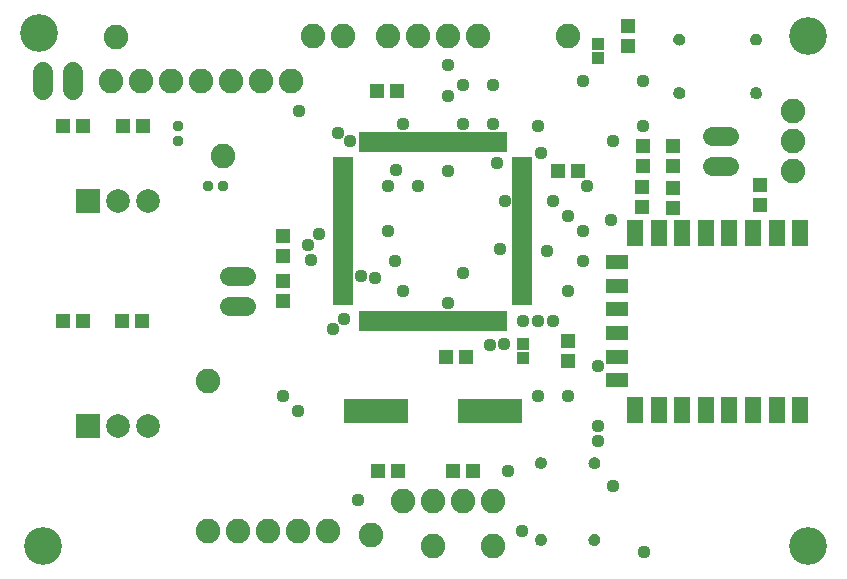
<source format=gbr>
G04 EAGLE Gerber RS-274X export*
G75*
%MOMM*%
%FSLAX34Y34*%
%LPD*%
%INSoldermask Top*%
%IPPOS*%
%AMOC8*
5,1,8,0,0,1.08239X$1,22.5*%
G01*
%ADD10C,3.203200*%
%ADD11R,1.103200X1.053200*%
%ADD12R,1.303200X1.203200*%
%ADD13R,0.503200X1.803200*%
%ADD14R,1.803200X0.503200*%
%ADD15C,1.625600*%
%ADD16C,1.727200*%
%ADD17C,2.082800*%
%ADD18R,1.203200X1.303200*%
%ADD19R,1.403200X2.203200*%
%ADD20R,1.903200X1.303200*%
%ADD21R,2.003200X2.003200*%
%ADD22C,2.003200*%
%ADD23R,5.537200X2.133600*%
%ADD24C,0.959600*%
%ADD25C,1.117600*%

G36*
X632285Y217964D02*
X632285Y217964D01*
X633252Y218067D01*
X633300Y218081D01*
X633391Y218098D01*
X634321Y218417D01*
X634365Y218442D01*
X634450Y218478D01*
X635286Y218997D01*
X635323Y219030D01*
X635398Y219085D01*
X636097Y219776D01*
X636126Y219818D01*
X636187Y219887D01*
X636715Y220717D01*
X636734Y220764D01*
X636777Y220845D01*
X637108Y221772D01*
X637116Y221822D01*
X637140Y221910D01*
X637253Y222863D01*
X637273Y222967D01*
X637273Y222971D01*
X637275Y222974D01*
X637281Y223162D01*
X637170Y224120D01*
X637156Y224168D01*
X637138Y224258D01*
X636817Y225167D01*
X636792Y225211D01*
X636755Y225295D01*
X636367Y225908D01*
X636240Y226110D01*
X636206Y226147D01*
X636151Y226220D01*
X635467Y226900D01*
X635426Y226929D01*
X635356Y226988D01*
X634538Y227499D01*
X634491Y227517D01*
X634410Y227560D01*
X633499Y227875D01*
X633449Y227883D01*
X633360Y227907D01*
X632402Y228012D01*
X632372Y228009D01*
X632333Y228015D01*
X632232Y228015D01*
X632205Y228010D01*
X632168Y228012D01*
X631195Y227913D01*
X631146Y227900D01*
X631056Y227883D01*
X630129Y227571D01*
X630085Y227546D01*
X630000Y227511D01*
X629166Y227000D01*
X629128Y226966D01*
X629054Y226912D01*
X628354Y226228D01*
X628325Y226187D01*
X628265Y226118D01*
X627735Y225296D01*
X627718Y225256D01*
X627706Y225242D01*
X627698Y225218D01*
X627671Y225169D01*
X627338Y224249D01*
X627329Y224200D01*
X627304Y224111D01*
X627184Y223140D01*
X627184Y223130D01*
X627184Y223128D01*
X627183Y223126D01*
X627181Y223118D01*
X627154Y222815D01*
X627159Y222765D01*
X627159Y222666D01*
X627301Y221709D01*
X627317Y221661D01*
X627322Y221639D01*
X627322Y221634D01*
X627324Y221628D01*
X627337Y221571D01*
X627689Y220669D01*
X627715Y220626D01*
X627755Y220544D01*
X628298Y219743D01*
X628334Y219707D01*
X628391Y219635D01*
X629099Y218975D01*
X629141Y218948D01*
X629213Y218891D01*
X630050Y218405D01*
X630098Y218388D01*
X630181Y218348D01*
X631105Y218061D01*
X631155Y218055D01*
X631245Y218034D01*
X632177Y217963D01*
X632206Y217959D01*
X632258Y217959D01*
X632285Y217964D01*
G37*
G36*
X587022Y152889D02*
X587022Y152889D01*
X587989Y152992D01*
X588037Y153006D01*
X588128Y153023D01*
X589058Y153342D01*
X589102Y153367D01*
X589187Y153403D01*
X590023Y153922D01*
X590060Y153955D01*
X590135Y154010D01*
X590834Y154701D01*
X590863Y154743D01*
X590924Y154812D01*
X591452Y155642D01*
X591471Y155689D01*
X591514Y155770D01*
X591845Y156697D01*
X591853Y156747D01*
X591877Y156835D01*
X591990Y157788D01*
X592010Y157892D01*
X592010Y157896D01*
X592012Y157899D01*
X592018Y158087D01*
X591907Y159045D01*
X591893Y159093D01*
X591875Y159183D01*
X591554Y160092D01*
X591529Y160136D01*
X591492Y160220D01*
X591104Y160833D01*
X590977Y161035D01*
X590943Y161072D01*
X590888Y161145D01*
X590204Y161825D01*
X590163Y161854D01*
X590093Y161913D01*
X589275Y162424D01*
X589228Y162442D01*
X589147Y162485D01*
X588236Y162800D01*
X588186Y162808D01*
X588097Y162832D01*
X587139Y162937D01*
X587109Y162934D01*
X587070Y162940D01*
X586969Y162940D01*
X586942Y162935D01*
X586905Y162937D01*
X585932Y162838D01*
X585883Y162825D01*
X585793Y162808D01*
X584866Y162496D01*
X584822Y162471D01*
X584737Y162436D01*
X583903Y161925D01*
X583865Y161891D01*
X583791Y161837D01*
X583091Y161153D01*
X583062Y161112D01*
X583002Y161043D01*
X582472Y160221D01*
X582455Y160181D01*
X582443Y160167D01*
X582435Y160143D01*
X582408Y160094D01*
X582075Y159174D01*
X582066Y159125D01*
X582041Y159036D01*
X581921Y158065D01*
X581921Y158055D01*
X581921Y158053D01*
X581920Y158051D01*
X581918Y158043D01*
X581891Y157740D01*
X581896Y157690D01*
X581896Y157591D01*
X582038Y156634D01*
X582054Y156586D01*
X582059Y156564D01*
X582059Y156559D01*
X582061Y156553D01*
X582074Y156496D01*
X582426Y155594D01*
X582452Y155551D01*
X582492Y155469D01*
X583035Y154668D01*
X583071Y154632D01*
X583128Y154560D01*
X583836Y153900D01*
X583878Y153873D01*
X583950Y153816D01*
X584787Y153330D01*
X584835Y153313D01*
X584918Y153273D01*
X585842Y152986D01*
X585892Y152980D01*
X585982Y152959D01*
X586914Y152888D01*
X586943Y152884D01*
X586995Y152884D01*
X587022Y152889D01*
G37*
G36*
X632260Y152889D02*
X632260Y152889D01*
X633227Y152992D01*
X633275Y153006D01*
X633366Y153023D01*
X634296Y153342D01*
X634340Y153367D01*
X634425Y153403D01*
X635261Y153922D01*
X635298Y153955D01*
X635373Y154010D01*
X636072Y154701D01*
X636101Y154743D01*
X636162Y154812D01*
X636690Y155642D01*
X636709Y155689D01*
X636752Y155770D01*
X637083Y156697D01*
X637091Y156747D01*
X637115Y156835D01*
X637228Y157788D01*
X637248Y157892D01*
X637248Y157896D01*
X637250Y157899D01*
X637256Y158087D01*
X637145Y159045D01*
X637131Y159093D01*
X637113Y159183D01*
X636792Y160092D01*
X636767Y160136D01*
X636730Y160220D01*
X636342Y160833D01*
X636215Y161035D01*
X636181Y161072D01*
X636126Y161145D01*
X635442Y161825D01*
X635401Y161854D01*
X635331Y161913D01*
X634513Y162424D01*
X634466Y162442D01*
X634385Y162485D01*
X633474Y162800D01*
X633424Y162808D01*
X633335Y162832D01*
X632377Y162937D01*
X632347Y162934D01*
X632308Y162940D01*
X632207Y162940D01*
X632180Y162935D01*
X632143Y162937D01*
X631170Y162838D01*
X631121Y162825D01*
X631031Y162808D01*
X630104Y162496D01*
X630060Y162471D01*
X629975Y162436D01*
X629141Y161925D01*
X629103Y161891D01*
X629029Y161837D01*
X628329Y161153D01*
X628300Y161112D01*
X628240Y161043D01*
X627710Y160221D01*
X627693Y160181D01*
X627681Y160167D01*
X627673Y160143D01*
X627646Y160094D01*
X627313Y159174D01*
X627304Y159125D01*
X627279Y159036D01*
X627159Y158065D01*
X627159Y158055D01*
X627159Y158053D01*
X627158Y158051D01*
X627156Y158043D01*
X627129Y157740D01*
X627134Y157690D01*
X627134Y157591D01*
X627276Y156634D01*
X627292Y156586D01*
X627297Y156564D01*
X627297Y156559D01*
X627299Y156553D01*
X627312Y156496D01*
X627664Y155594D01*
X627690Y155551D01*
X627730Y155469D01*
X628273Y154668D01*
X628309Y154632D01*
X628366Y154560D01*
X629074Y153900D01*
X629116Y153873D01*
X629188Y153816D01*
X630025Y153330D01*
X630073Y153313D01*
X630156Y153273D01*
X631080Y152986D01*
X631130Y152980D01*
X631220Y152959D01*
X632152Y152888D01*
X632181Y152884D01*
X632233Y152884D01*
X632260Y152889D01*
G37*
G36*
X586997Y217913D02*
X586997Y217913D01*
X587964Y218016D01*
X588012Y218030D01*
X588103Y218047D01*
X589033Y218366D01*
X589077Y218391D01*
X589162Y218427D01*
X589998Y218946D01*
X590035Y218979D01*
X590110Y219034D01*
X590809Y219725D01*
X590838Y219767D01*
X590899Y219836D01*
X591427Y220666D01*
X591446Y220713D01*
X591489Y220794D01*
X591820Y221721D01*
X591828Y221771D01*
X591852Y221859D01*
X591965Y222812D01*
X591985Y222916D01*
X591985Y222920D01*
X591987Y222923D01*
X591993Y223111D01*
X591882Y224069D01*
X591868Y224117D01*
X591850Y224207D01*
X591529Y225116D01*
X591504Y225160D01*
X591467Y225244D01*
X591079Y225857D01*
X590952Y226059D01*
X590918Y226096D01*
X590863Y226169D01*
X590179Y226849D01*
X590138Y226878D01*
X590068Y226937D01*
X589250Y227448D01*
X589203Y227466D01*
X589122Y227509D01*
X588211Y227824D01*
X588161Y227832D01*
X588072Y227856D01*
X587114Y227961D01*
X587084Y227958D01*
X587045Y227964D01*
X586944Y227964D01*
X586917Y227959D01*
X586880Y227961D01*
X585907Y227862D01*
X585858Y227849D01*
X585768Y227832D01*
X584841Y227520D01*
X584797Y227495D01*
X584712Y227460D01*
X583878Y226949D01*
X583840Y226915D01*
X583766Y226861D01*
X583066Y226177D01*
X583037Y226136D01*
X582977Y226067D01*
X582447Y225245D01*
X582430Y225205D01*
X582418Y225191D01*
X582410Y225167D01*
X582383Y225118D01*
X582050Y224198D01*
X582041Y224149D01*
X582016Y224060D01*
X581896Y223089D01*
X581896Y223079D01*
X581895Y223076D01*
X581895Y223075D01*
X581893Y223067D01*
X581866Y222764D01*
X581871Y222714D01*
X581871Y222615D01*
X582013Y221658D01*
X582029Y221610D01*
X582034Y221588D01*
X582034Y221583D01*
X582036Y221577D01*
X582049Y221520D01*
X582401Y220618D01*
X582427Y220575D01*
X582467Y220493D01*
X583010Y219692D01*
X583046Y219656D01*
X583103Y219584D01*
X583811Y218924D01*
X583853Y218897D01*
X583925Y218840D01*
X584762Y218354D01*
X584810Y218337D01*
X584893Y218297D01*
X585817Y218010D01*
X585867Y218004D01*
X585957Y217983D01*
X586889Y217912D01*
X586918Y217908D01*
X586970Y217908D01*
X586997Y217913D01*
G37*
G36*
X770220Y531230D02*
X770220Y531230D01*
X770268Y531244D01*
X770358Y531262D01*
X771267Y531583D01*
X771311Y531608D01*
X771395Y531645D01*
X772210Y532160D01*
X772247Y532194D01*
X772320Y532249D01*
X773000Y532933D01*
X773029Y532974D01*
X773088Y533044D01*
X773599Y533862D01*
X773617Y533909D01*
X773660Y533990D01*
X773975Y534901D01*
X773983Y534951D01*
X774007Y535040D01*
X774112Y535998D01*
X774109Y536028D01*
X774115Y536067D01*
X774115Y536168D01*
X774110Y536196D01*
X774112Y536232D01*
X774013Y537205D01*
X774000Y537254D01*
X773983Y537344D01*
X773671Y538271D01*
X773646Y538315D01*
X773611Y538400D01*
X773100Y539234D01*
X773066Y539272D01*
X773012Y539346D01*
X772328Y540046D01*
X772287Y540075D01*
X772218Y540135D01*
X771396Y540665D01*
X771349Y540685D01*
X771269Y540729D01*
X770349Y541062D01*
X770300Y541071D01*
X770211Y541096D01*
X769240Y541216D01*
X769230Y541216D01*
X769218Y541219D01*
X768915Y541246D01*
X768865Y541241D01*
X768766Y541241D01*
X767809Y541099D01*
X767761Y541083D01*
X767671Y541063D01*
X766769Y540711D01*
X766726Y540685D01*
X766644Y540645D01*
X765843Y540102D01*
X765807Y540066D01*
X765735Y540009D01*
X765075Y539301D01*
X765048Y539259D01*
X764991Y539187D01*
X764505Y538350D01*
X764488Y538302D01*
X764448Y538219D01*
X764161Y537295D01*
X764155Y537245D01*
X764134Y537155D01*
X764068Y536290D01*
X764066Y536282D01*
X764066Y536264D01*
X764063Y536223D01*
X764059Y536194D01*
X764059Y536142D01*
X764064Y536115D01*
X764167Y535148D01*
X764181Y535100D01*
X764198Y535009D01*
X764517Y534079D01*
X764542Y534035D01*
X764578Y533950D01*
X765097Y533114D01*
X765130Y533077D01*
X765185Y533003D01*
X765876Y532303D01*
X765918Y532274D01*
X765987Y532213D01*
X766817Y531685D01*
X766864Y531666D01*
X766945Y531623D01*
X767872Y531292D01*
X767922Y531284D01*
X768010Y531260D01*
X768963Y531147D01*
X769067Y531127D01*
X769071Y531127D01*
X769074Y531125D01*
X769262Y531119D01*
X770220Y531230D01*
G37*
G36*
X705145Y531255D02*
X705145Y531255D01*
X705193Y531269D01*
X705283Y531287D01*
X706192Y531608D01*
X706236Y531633D01*
X706320Y531670D01*
X707135Y532185D01*
X707172Y532219D01*
X707245Y532274D01*
X707925Y532958D01*
X707954Y532999D01*
X708013Y533069D01*
X708524Y533887D01*
X708542Y533934D01*
X708585Y534015D01*
X708900Y534926D01*
X708908Y534976D01*
X708932Y535065D01*
X709037Y536023D01*
X709034Y536053D01*
X709040Y536092D01*
X709040Y536193D01*
X709035Y536221D01*
X709037Y536257D01*
X708938Y537230D01*
X708925Y537279D01*
X708908Y537369D01*
X708596Y538296D01*
X708571Y538340D01*
X708536Y538425D01*
X708025Y539259D01*
X707991Y539297D01*
X707937Y539371D01*
X707253Y540071D01*
X707212Y540100D01*
X707143Y540160D01*
X706321Y540690D01*
X706274Y540710D01*
X706194Y540754D01*
X705274Y541087D01*
X705225Y541096D01*
X705136Y541121D01*
X704165Y541241D01*
X704155Y541241D01*
X704143Y541244D01*
X703840Y541271D01*
X703790Y541266D01*
X703691Y541266D01*
X702734Y541124D01*
X702686Y541108D01*
X702596Y541088D01*
X701694Y540736D01*
X701651Y540710D01*
X701569Y540670D01*
X700768Y540127D01*
X700732Y540091D01*
X700660Y540034D01*
X700000Y539326D01*
X699973Y539284D01*
X699916Y539212D01*
X699430Y538375D01*
X699413Y538327D01*
X699373Y538244D01*
X699086Y537320D01*
X699080Y537270D01*
X699059Y537180D01*
X698993Y536315D01*
X698991Y536307D01*
X698991Y536289D01*
X698988Y536248D01*
X698984Y536219D01*
X698984Y536167D01*
X698989Y536140D01*
X699092Y535173D01*
X699106Y535125D01*
X699123Y535034D01*
X699442Y534104D01*
X699467Y534060D01*
X699503Y533975D01*
X700022Y533139D01*
X700055Y533102D01*
X700110Y533028D01*
X700801Y532328D01*
X700843Y532299D01*
X700912Y532238D01*
X701742Y531710D01*
X701789Y531691D01*
X701870Y531648D01*
X702797Y531317D01*
X702847Y531309D01*
X702935Y531285D01*
X703888Y531172D01*
X703992Y531152D01*
X703996Y531152D01*
X703999Y531150D01*
X704187Y531144D01*
X705145Y531255D01*
G37*
G36*
X705145Y576493D02*
X705145Y576493D01*
X705193Y576507D01*
X705283Y576525D01*
X706192Y576846D01*
X706236Y576871D01*
X706320Y576908D01*
X707135Y577423D01*
X707172Y577457D01*
X707245Y577512D01*
X707925Y578196D01*
X707954Y578237D01*
X708013Y578307D01*
X708524Y579125D01*
X708542Y579172D01*
X708585Y579253D01*
X708900Y580164D01*
X708908Y580214D01*
X708932Y580303D01*
X709037Y581261D01*
X709034Y581291D01*
X709040Y581330D01*
X709040Y581431D01*
X709035Y581459D01*
X709037Y581495D01*
X708938Y582468D01*
X708925Y582517D01*
X708908Y582607D01*
X708596Y583534D01*
X708571Y583578D01*
X708536Y583663D01*
X708025Y584497D01*
X707991Y584535D01*
X707937Y584609D01*
X707253Y585309D01*
X707212Y585338D01*
X707143Y585398D01*
X706321Y585928D01*
X706274Y585948D01*
X706194Y585992D01*
X705274Y586325D01*
X705225Y586334D01*
X705136Y586359D01*
X704165Y586479D01*
X704155Y586479D01*
X704143Y586482D01*
X703840Y586509D01*
X703790Y586504D01*
X703691Y586504D01*
X702734Y586362D01*
X702686Y586346D01*
X702596Y586326D01*
X701694Y585974D01*
X701651Y585948D01*
X701569Y585908D01*
X700768Y585365D01*
X700732Y585329D01*
X700660Y585272D01*
X700000Y584564D01*
X699973Y584522D01*
X699916Y584450D01*
X699430Y583613D01*
X699413Y583565D01*
X699373Y583482D01*
X699086Y582558D01*
X699080Y582508D01*
X699059Y582418D01*
X698993Y581553D01*
X698991Y581545D01*
X698991Y581527D01*
X698988Y581486D01*
X698984Y581457D01*
X698984Y581405D01*
X698989Y581378D01*
X699092Y580411D01*
X699106Y580363D01*
X699123Y580272D01*
X699442Y579342D01*
X699467Y579298D01*
X699503Y579213D01*
X700022Y578377D01*
X700055Y578340D01*
X700110Y578266D01*
X700801Y577566D01*
X700843Y577537D01*
X700912Y577476D01*
X701742Y576948D01*
X701789Y576929D01*
X701870Y576886D01*
X702797Y576555D01*
X702847Y576547D01*
X702935Y576523D01*
X703888Y576410D01*
X703992Y576390D01*
X703996Y576390D01*
X703999Y576388D01*
X704187Y576382D01*
X705145Y576493D01*
G37*
G36*
X770169Y576518D02*
X770169Y576518D01*
X770217Y576532D01*
X770307Y576550D01*
X771216Y576871D01*
X771260Y576896D01*
X771344Y576933D01*
X772159Y577448D01*
X772196Y577482D01*
X772269Y577537D01*
X772949Y578221D01*
X772978Y578262D01*
X773037Y578332D01*
X773548Y579150D01*
X773566Y579197D01*
X773609Y579278D01*
X773924Y580189D01*
X773932Y580239D01*
X773956Y580328D01*
X774061Y581286D01*
X774058Y581316D01*
X774064Y581355D01*
X774064Y581456D01*
X774059Y581484D01*
X774061Y581520D01*
X773962Y582493D01*
X773949Y582542D01*
X773932Y582632D01*
X773620Y583559D01*
X773595Y583603D01*
X773560Y583688D01*
X773049Y584522D01*
X773015Y584560D01*
X772961Y584634D01*
X772277Y585334D01*
X772236Y585363D01*
X772167Y585423D01*
X771345Y585953D01*
X771298Y585973D01*
X771218Y586017D01*
X770298Y586350D01*
X770249Y586359D01*
X770160Y586384D01*
X769189Y586504D01*
X769179Y586504D01*
X769167Y586507D01*
X768864Y586534D01*
X768814Y586529D01*
X768715Y586529D01*
X767758Y586387D01*
X767710Y586371D01*
X767620Y586351D01*
X766718Y585999D01*
X766675Y585973D01*
X766593Y585933D01*
X765792Y585390D01*
X765756Y585354D01*
X765684Y585297D01*
X765024Y584589D01*
X764997Y584547D01*
X764940Y584475D01*
X764454Y583638D01*
X764437Y583590D01*
X764397Y583507D01*
X764110Y582583D01*
X764104Y582533D01*
X764083Y582443D01*
X764017Y581578D01*
X764015Y581570D01*
X764015Y581552D01*
X764012Y581511D01*
X764008Y581482D01*
X764008Y581430D01*
X764013Y581403D01*
X764116Y580436D01*
X764130Y580388D01*
X764147Y580297D01*
X764466Y579367D01*
X764491Y579323D01*
X764527Y579238D01*
X765046Y578402D01*
X765079Y578365D01*
X765134Y578291D01*
X765825Y577591D01*
X765867Y577562D01*
X765936Y577501D01*
X766766Y576973D01*
X766813Y576954D01*
X766894Y576911D01*
X767821Y576580D01*
X767871Y576572D01*
X767959Y576548D01*
X768912Y576435D01*
X769016Y576415D01*
X769020Y576415D01*
X769023Y576413D01*
X769211Y576407D01*
X770169Y576518D01*
G37*
D10*
X812800Y152400D03*
X165100Y152400D03*
X162052Y587248D03*
X812800Y584200D03*
D11*
X571500Y311700D03*
X571500Y323300D03*
X635000Y577300D03*
X635000Y565700D03*
D12*
X182000Y342900D03*
X199000Y342900D03*
X465700Y215900D03*
X448700Y215900D03*
X512200Y215900D03*
X529200Y215900D03*
X249800Y508000D03*
X232800Y508000D03*
X182000Y508000D03*
X199000Y508000D03*
X249057Y343081D03*
X232057Y343081D03*
D13*
X435300Y343100D03*
X440300Y343100D03*
X445300Y343100D03*
X450300Y343100D03*
X455300Y343100D03*
X460300Y343100D03*
X465300Y343100D03*
X470300Y343100D03*
X475300Y343100D03*
X480300Y343100D03*
X485300Y343100D03*
X490300Y343100D03*
X495300Y343100D03*
X500300Y343100D03*
X505300Y343100D03*
X510300Y343100D03*
X515300Y343100D03*
X520300Y343100D03*
X525300Y343100D03*
X530300Y343100D03*
X535300Y343100D03*
X540300Y343100D03*
X545300Y343100D03*
X550300Y343100D03*
X555300Y343100D03*
D14*
X571300Y359100D03*
X571300Y364100D03*
X571300Y369100D03*
X571300Y374100D03*
X571300Y379100D03*
X571300Y384100D03*
X571300Y389100D03*
X571300Y394100D03*
X571300Y399100D03*
X571300Y404100D03*
X571300Y409100D03*
X571300Y414100D03*
X571300Y419100D03*
X571300Y424100D03*
X571300Y429100D03*
X571300Y434100D03*
X571300Y439100D03*
X571300Y444100D03*
X571300Y449100D03*
X571300Y454100D03*
X571300Y459100D03*
X571300Y464100D03*
X571300Y469100D03*
X571300Y474100D03*
X571300Y479100D03*
D13*
X555300Y495100D03*
X550300Y495100D03*
X545300Y495100D03*
X540300Y495100D03*
X535300Y495100D03*
X530300Y495100D03*
X525300Y495100D03*
X520300Y495100D03*
X515300Y495100D03*
X510300Y495100D03*
X505300Y495100D03*
X500300Y495100D03*
X495300Y495100D03*
X490300Y495100D03*
X485300Y495100D03*
X480300Y495100D03*
X475300Y495100D03*
X470300Y495100D03*
X465300Y495100D03*
X460300Y495100D03*
X455300Y495100D03*
X450300Y495100D03*
X445300Y495100D03*
X440300Y495100D03*
X435300Y495100D03*
D14*
X419300Y479100D03*
X419300Y474100D03*
X419300Y469100D03*
X419300Y464100D03*
X419300Y459100D03*
X419300Y454100D03*
X419300Y449100D03*
X419300Y444100D03*
X419300Y439100D03*
X419300Y434100D03*
X419300Y429100D03*
X419300Y424100D03*
X419300Y419100D03*
X419300Y414100D03*
X419300Y409100D03*
X419300Y404100D03*
X419300Y399100D03*
X419300Y394100D03*
X419300Y389100D03*
X419300Y384100D03*
X419300Y379100D03*
X419300Y374100D03*
X419300Y369100D03*
X419300Y364100D03*
X419300Y359100D03*
D15*
X337312Y355600D02*
X323088Y355600D01*
X323088Y381000D02*
X337312Y381000D01*
X731549Y474258D02*
X745773Y474258D01*
X745773Y499658D02*
X731549Y499658D01*
D16*
X165100Y538480D02*
X165100Y553720D01*
X190500Y553720D02*
X190500Y538480D01*
D17*
X406400Y165100D03*
X381000Y165100D03*
X355600Y165100D03*
X330200Y165100D03*
X304800Y165100D03*
X393700Y584200D03*
X419100Y584200D03*
D18*
X660400Y592700D03*
X660400Y575700D03*
D12*
X506351Y312398D03*
X523351Y312398D03*
D18*
X673100Y474100D03*
X673100Y491100D03*
X698500Y474100D03*
X698500Y491100D03*
X368300Y397900D03*
X368300Y414900D03*
X368300Y376800D03*
X368300Y359800D03*
X609600Y309000D03*
X609600Y326000D03*
D19*
X806600Y417900D03*
X786600Y417900D03*
X766600Y417900D03*
X746600Y417900D03*
X726600Y417900D03*
X706600Y417900D03*
X686600Y417900D03*
X666600Y417900D03*
X666600Y267900D03*
X686600Y267900D03*
X706600Y267900D03*
X726600Y267900D03*
X746600Y267900D03*
X766600Y267900D03*
X786600Y267900D03*
X806600Y267900D03*
D20*
X651600Y392900D03*
X651600Y372900D03*
X651600Y352900D03*
X651600Y332900D03*
X651600Y312900D03*
X651600Y292900D03*
D21*
X203200Y254000D03*
D22*
X228600Y254000D03*
X254000Y254000D03*
D21*
X203200Y444500D03*
D22*
X228600Y444500D03*
X254000Y444500D03*
D23*
X543560Y266700D03*
X447040Y266700D03*
D17*
X317500Y482600D03*
X227197Y583669D03*
X609860Y584629D03*
X442766Y161571D03*
D12*
X448132Y537586D03*
X465132Y537586D03*
X601100Y469900D03*
X618100Y469900D03*
D17*
X495300Y152400D03*
X304800Y292100D03*
X800100Y520700D03*
X800100Y495300D03*
X800100Y469900D03*
X546100Y152400D03*
X375233Y546676D03*
X349833Y546676D03*
X324433Y546676D03*
X299033Y546676D03*
X273633Y546676D03*
X248233Y546676D03*
X222833Y546676D03*
X457200Y584200D03*
X482600Y584200D03*
X508000Y584200D03*
X533400Y584200D03*
D18*
X698859Y456171D03*
X698859Y439171D03*
X672725Y456259D03*
X672725Y439259D03*
X772750Y458282D03*
X772750Y441282D03*
D17*
X469900Y190500D03*
X495300Y190500D03*
X520700Y190500D03*
X546100Y190500D03*
D24*
X317500Y457200D03*
X279400Y508000D03*
X304800Y457200D03*
X279400Y495300D03*
D25*
X645922Y428752D03*
X586740Y485140D03*
X463000Y393700D03*
X520700Y383836D03*
X549709Y477266D03*
X457200Y419100D03*
X464566Y471068D03*
X508000Y469900D03*
X446544Y379264D03*
X555593Y323596D03*
X434412Y381000D03*
X596900Y342900D03*
X635000Y241300D03*
X558800Y215900D03*
X469900Y368300D03*
X482600Y457200D03*
X508000Y533400D03*
X622300Y546100D03*
X457200Y457200D03*
X584200Y508000D03*
X543909Y323204D03*
X673100Y546100D03*
X673100Y508000D03*
X596900Y444500D03*
X609600Y368300D03*
X398780Y416560D03*
X415290Y502666D03*
X609600Y431800D03*
X635000Y254000D03*
X626305Y457788D03*
X591746Y402416D03*
X390091Y407232D03*
X368300Y279400D03*
X392135Y394411D03*
X381000Y266700D03*
X647700Y203200D03*
X571500Y342900D03*
X635000Y304800D03*
X609600Y279400D03*
X584200Y279400D03*
X584200Y342900D03*
X381864Y520700D03*
X552450Y404114D03*
X520700Y510212D03*
X520700Y542544D03*
X556188Y444500D03*
X546100Y510212D03*
X546100Y542544D03*
X622300Y393700D03*
X622300Y419100D03*
X508000Y358212D03*
X411214Y336645D03*
X469900Y510212D03*
X508000Y559816D03*
X647700Y495300D03*
X674584Y147574D03*
X571129Y165471D03*
X425196Y495300D03*
X419864Y344519D03*
X431800Y191262D03*
M02*

</source>
